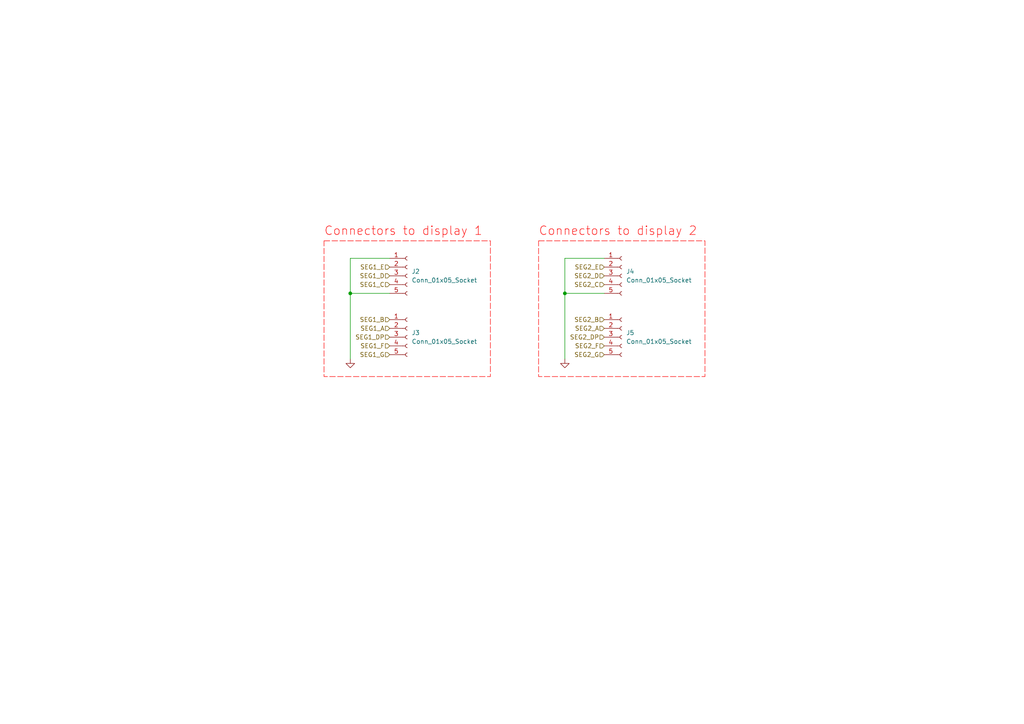
<source format=kicad_sch>
(kicad_sch (version 20230121) (generator eeschema)
  (paper "A4")
  (lib_symbols
    (symbol "Connector:Conn_01x05_Socket" (pin_names (offset 1.016) hide)
      (property "Reference" "J" (at 0 7.62 0))
      (property "Value" "Conn_01x05_Socket" (at 0 -7.62 0))
      (symbol "Conn_01x05_Socket_1_1"
        (arc (start 0 -4.572) (mid -0.5058 -5.08) (end 0 -5.588) (stroke (width 0.1524)))
        (arc (start 0 -2.032) (mid -0.5058 -2.54) (end 0 -3.048) (stroke (width 0.1524)))
        (polyline (pts (xy -1.27 -5.08) (xy -0.508 -5.08)) (stroke (width 0.1524)))
        (polyline (pts (xy -1.27 -2.54) (xy -0.508 -2.54)) (stroke (width 0.1524)))
        (polyline (pts (xy -1.27 0) (xy -0.508 0)) (stroke (width 0.1524)))
        (polyline (pts (xy -1.27 2.54) (xy -0.508 2.54)) (stroke (width 0.1524)))
        (polyline (pts (xy -1.27 5.08) (xy -0.508 5.08)) (stroke (width 0.1524)))
        (arc (start 0 0.508) (mid -0.5058 0) (end 0 -0.508) (stroke (width 0.1524)))
        (arc (start 0 3.048) (mid -0.5058 2.54) (end 0 2.032) (stroke (width 0.1524)))
        (arc (start 0 5.588) (mid -0.5058 5.08) (end 0 4.572) (stroke (width 0.1524)))
        (pin passive line (at -5.08 5.08 0) (length 3.81) (name "Pin_1") (number "1"))
        (pin passive line (at -5.08 2.54 0) (length 3.81) (name "Pin_2") (number "2"))
        (pin passive line (at -5.08 0 0) (length 3.81) (name "Pin_3") (number "3"))
        (pin passive line (at -5.08 -2.54 0) (length 3.81) (name "Pin_4") (number "4"))
        (pin passive line (at -5.08 -5.08 0) (length 3.81) (name "Pin_5") (number "5"))
      )
    )
    (symbol "power:GND" (power) (pin_names (offset 0))
      (property "Value" "GND" (at 0 -3.81 0))
      (symbol "GND_0_1"
        (polyline (pts (xy 0 0) (xy 0 -1.27) (xy 1.27 -1.27) (xy 0 -2.54) (xy -1.27 -1.27) (xy 0 -1.27)))
      )
      (symbol "GND_1_1"
        (pin power_in line (at 0 0 270) (length 0) hide (name "GND") (number "1"))
      )
    )
  )
  (junction (at 163.83 85.09))
  (junction (at 101.6 85.09))
  (wire (pts (xy 101.6 85.09) (xy 101.6 104.14)))
  (wire (pts (xy 101.6 74.93) (xy 101.6 85.09)))
  (wire (pts (xy 113.03 85.09) (xy 101.6 85.09)))
  (wire (pts (xy 175.26 85.09) (xy 163.83 85.09)))
  (wire (pts (xy 175.26 74.93) (xy 163.83 74.93)))
  (wire (pts (xy 163.83 74.93) (xy 163.83 85.09)))
  (wire (pts (xy 113.03 74.93) (xy 101.6 74.93)))
  (wire (pts (xy 163.83 85.09) (xy 163.83 104.14)))
  (rectangle (start 156.21 69.85) (end 204.47 109.22) (stroke (width 0) (type dash) (color 255 0 0 1)))
  (rectangle (start 93.98 69.85) (end 142.24 109.22) (stroke (width 0) (type dash) (color 255 0 0 1)))
  (text "Connectors to display 1" (at 93.98 68.58 0) (effects (font (size 2.5 2.5)) (justify left bottom)))
  (text "Connectors to display 2" (at 156.21 68.58 0) (effects (font (size 2.5 2.5)) (justify left bottom)))
  (hierarchical_label "SEG2_D" (shape input) (at 175.26 80.01 180))
  (hierarchical_label "SEG2_DP" (shape input) (at 175.26 97.79 180))
  (hierarchical_label "SEG1_E" (shape input) (at 113.03 77.47 180))
  (hierarchical_label "SEG1_B" (shape input) (at 113.03 92.71 180))
  (hierarchical_label "SEG1_F" (shape input) (at 113.03 100.33 180))
  (hierarchical_label "SEG2_C" (shape input) (at 175.26 82.55 180))
  (hierarchical_label "SEG2_E" (shape input) (at 175.26 77.47 180))
  (hierarchical_label "SEG1_D" (shape input) (at 113.03 80.01 180))
  (hierarchical_label "SEG2_B" (shape input) (at 175.26 92.71 180))
  (hierarchical_label "SEG1_G" (shape input) (at 113.03 102.87 180))
  (hierarchical_label "SEG1_A" (shape input) (at 113.03 95.25 180))
  (hierarchical_label "SEG2_A" (shape input) (at 175.26 95.25 180))
  (hierarchical_label "SEG1_DP" (shape input) (at 113.03 97.79 180))
  (hierarchical_label "SEG1_C" (shape input) (at 113.03 82.55 180))
  (hierarchical_label "SEG2_G" (shape input) (at 175.26 102.87 180))
  (hierarchical_label "SEG2_F" (shape input) (at 175.26 100.33 180))
  (symbol (lib_id "power:GND") (at 101.6 104.14 0) (mirror y) (unit 1)
    (property "Reference" "#PWR026" (effects hide))
    (property "Value" "GND" (effects hide))
    (instances (project "ShotClockProject" (path "" (reference "#PWR026") (unit 1)) (path "" (reference "#PWR023") (unit 1)) (path "" (reference "#PWR064") (unit 1))) (project "ShotClockDisplayPCB" (path "" (reference "#PWR03") (unit 1))))
  )
  (symbol (lib_id "power:GND") (at 163.83 104.14 0) (mirror y) (unit 1)
    (property "Reference" "#PWR026" (effects hide))
    (property "Value" "GND" (effects hide))
    (instances (project "ShotClockProject" (path "" (reference "#PWR026") (unit 1)) (path "" (reference "#PWR023") (unit 1)) (path "" (reference "#PWR064") (unit 1))) (project "ShotClockDisplayPCB" (path "" (reference "#PWR04") (unit 1))))
  )
  (symbol (lib_id "Connector:Conn_01x05_Socket") (at 118.11 80.01 0) (unit 1)
    (property "Reference" "J2" (at 119.38 78.74 0) (effects (justify left)))
    (property "Value" "Conn_01x05_Socket" (at 119.38 81.28 0) (effects (justify left)))
    (property "Footprint" "Connector_PinSocket_2.54mm:PinSocket_1x05_P2.54mm_Vertical" (effects hide))
  )
  (symbol (lib_id "Connector:Conn_01x05_Socket") (at 180.34 80.01 0) (unit 1)
    (property "Reference" "J4" (at 181.61 78.74 0) (effects (justify left)))
    (property "Value" "Conn_01x05_Socket" (at 181.61 81.28 0) (effects (justify left)))
    (property "Footprint" "Connector_PinSocket_2.54mm:PinSocket_1x05_P2.54mm_Vertical" (effects hide))
  )
  (symbol (lib_id "Connector:Conn_01x05_Socket") (at 180.34 97.79 0) (unit 1)
    (property "Reference" "J5" (at 181.61 96.52 0) (effects (justify left)))
    (property "Value" "Conn_01x05_Socket" (at 181.61 99.06 0) (effects (justify left)))
    (property "Footprint" "Connector_PinSocket_2.54mm:PinSocket_1x05_P2.54mm_Vertical" (effects hide))
  )
  (symbol (lib_id "Connector:Conn_01x05_Socket") (at 118.11 97.79 0) (unit 1)
    (property "Reference" "J3" (at 119.38 96.52 0) (effects (justify left)))
    (property "Value" "Conn_01x05_Socket" (at 119.38 99.06 0) (effects (justify left)))
    (property "Footprint" "Connector_PinSocket_2.54mm:PinSocket_1x05_P2.54mm_Vertical" (effects hide))
  )
)
</source>
